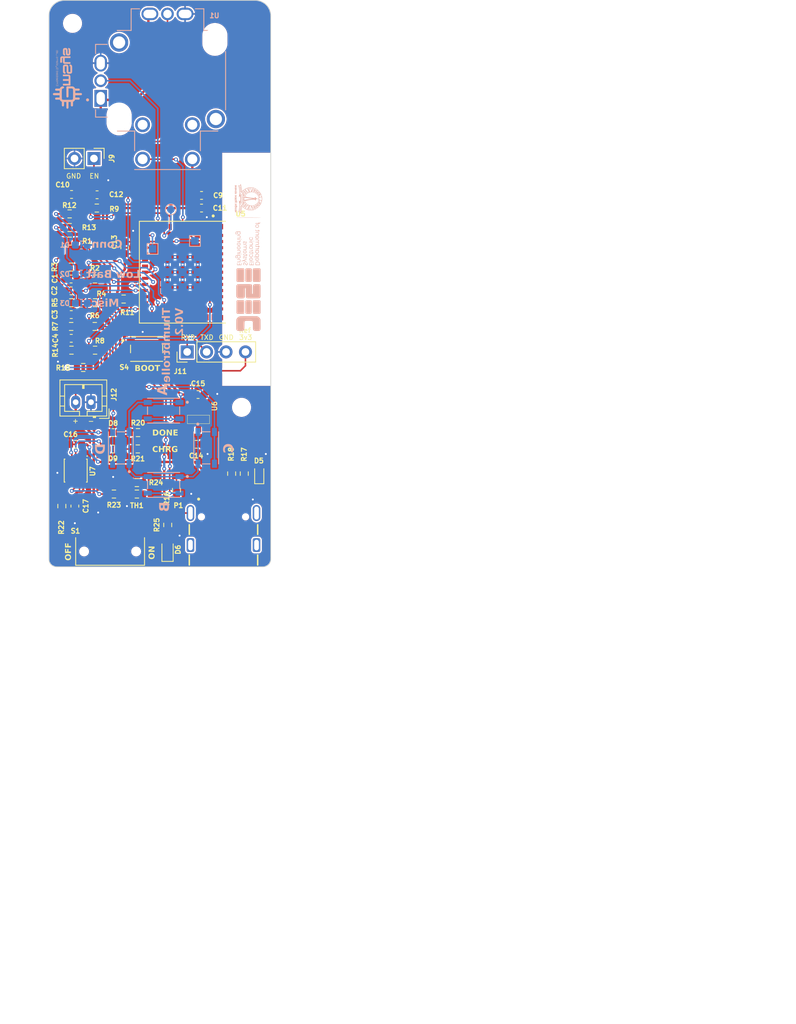
<source format=kicad_pcb>
(kicad_pcb (version 20240108) (generator "pcbnew") (generator_version "8.0")
  (layers (0 "F.Cu" signal) (1 "In1.Cu" signal) (2 "In2.Cu" signal) (31 "B.Cu" signal) (34 "B.Paste" user) (35 "F.Paste" user) (36 "B.SilkS" user "B.Silkscreen") (37 "F.SilkS" user "F.Silkscreen") (38 "B.Mask" user) (39 "F.Mask" user) (44 "Edge.Cuts" user))
  (net 0 "")
  (net 1 "LIPO+")
  (net 2 "GND")
  (net 3 "+3V3")
  (net 4 "/CP_EN")
  (net 5 "/raw_voltage")
  (net 6 "+5V")
  (net 7 "Net-(D1-A)")
  (net 8 "Net-(D2-A)")
  (net 9 "Net-(D3-A)")
  (net 10 "/SW_A")
  (net 11 "/U0RXD")
  (net 12 "/U0TXD")
  (net 13 "/SW_B")
  (net 14 "Net-(R2-Pad2)")
  (net 15 "Net-(R4-Pad2)")
  (net 16 "Net-(U5-IO13)")
  (net 17 "Net-(U5-IO14)")
  (net 18 "/VR_BTN")
  (net 19 "/VR2")
  (net 20 "/VR1")
  (net 21 "/ADC_BATT")
  (net 22 "Net-(U5-IO08)")
  (net 23 "Net-(U5-IO27)")
  (net 24 "Net-(U5-IO26)")
  (net 25 "Net-(U5-IO25)")
  (net 26 "Net-(P1-SHIELD)")
  (net 27 "Net-(P1-VCONN)")
  (net 28 "Net-(P1-CC)")
  (net 29 "/STAT1")
  (net 30 "/STAT2")
  (net 31 "/PG")
  (net 32 "Net-(U7-PROG)")
  (net 33 "Net-(R23-Pad1)")
  (net 34 "Net-(U7-THERM)")
  (net 37 "Net-(U5-IO0)")
  (net 49 "Net-(D8-A)")
  (net 50 "Net-(D9-A)")
  (net 51 "Net-(D6-A)")
  (net 52 "/CHRGR+")
  (net 53 "Net-(U5-IO9)")
  (net 54 "/SW_C")
  (net 55 "/SW_D")
  (net 56 "Net-(R6-Pad2)")
  (net 57 "Net-(R8-Pad2)")
  (footprint "kicad_reformed_custom_IC:AP2204" (layer "F.Cu") (at 77.5 83.7)
    (property "Reference" "U6")
    (property "Value" "AP2204")
  )
  (footprint "MountingHole:MountingHole_2.2mm_M2" (layer "F.Cu") (at 61.087 32.004)
    (property "Reference" "REF**" (hide yes))
    (property "Value" "MountingHole_2.2mm_M2")
  )
  (footprint "kicad_reformed_custom_IC:SW_PTS810_SJM_250_SMTR_LFS" (layer "F.Cu") (at 70.7722 74.5408)
    (property "Reference" "S4")
    (property "Value" "TL4100AF240QG_")
  )
  (footprint "Resistor_SMD:R_0603_1608Metric" (layer "F.Cu") (at 81.8896 90.8304 90)
    (property "Reference" "R18")
    (property "Value" "5k1")
  )
  (footprint "Capacitor_SMD:C_0603_1608Metric" (layer "F.Cu") (at 60.8962 65.405 180)
    (property "Reference" "C1")
    (property "Value" "1uF 25V")
  )
  (footprint "Resistor_SMD:R_0603_1608Metric" (layer "F.Cu") (at 60.947 74.7014 180)
    (property "Reference" "R14")
    (property "Value" "100k")
  )
  (footprint "kicad_reformed_custom_IC:SW_JS102011SAQN" (layer "F.Cu") (at 66 101)
    (property "Reference" "S1")
    (property "Value" "JS102011SAQN")
  )
  (footprint "Resistor_SMD:R_0603_1608Metric" (layer "F.Cu") (at 60.8924 63.8444 180)
    (property "Reference" "R3")
    (property "Value" "100k")
  )
  (footprint "Resistor_SMD:R_0603_1608Metric" (layer "F.Cu") (at 66.5 93.5 180)
    (property "Reference" "R23")
    (property "Value" "1.43K")
  )
  (footprint "Capacitor_SMD:C_0603_1608Metric" (layer "F.Cu") (at 77.9526 56.134)
    (property "Reference" "C11")
    (property "Value" "0.1uF")
  )
  (footprint "Capacitor_SMD:C_0603_1608Metric" (layer "F.Cu") (at 77.9526 54.483)
    (property "Reference" "C9")
    (property "Value" "47uF")
  )
  (footprint "Connector_PinHeader_2.54mm:PinHeader_1x02_P2.54mm_Vertical" (layer "F.Cu") (at 63.886 49.657 -90)
    (property "Reference" "J9")
    (property "Value" "Chip Enable")
  )
  (footprint "Resistor_SMD:R_0603_1608Metric" (layer "F.Cu") (at 64.0204 65.405)
    (property "Reference" "R2")
    (property "Value" "10k")
  )
  (footprint "Diode_SMD:D_0603_1608Metric" (layer "F.Cu") (at 73.5076 100.8126 90)
    (property "Reference" "D6")
    (property "Value" "PWLED")
  )
  (footprint "Capacitor_SMD:C_0603_1608Metric" (layer "F.Cu") (at 67.9196 61.3156 90)
    (property "Reference" "C13")
    (property "Value" "0.1uF")
  )
  (footprint "Resistor_SMD:R_0603_1608Metric" (layer "F.Cu") (at 69.5 93.5)
    (property "Reference" "TH1")
    (property "Value" "TH 10k")
  )
  (footprint "Resistor_SMD:R_0603_1608Metric" (layer "F.Cu") (at 64.0334 68.5038)
    (property "Reference" "R4")
    (property "Value" "10k")
  )
  (footprint "Capacitor_SMD:C_0603_1608Metric" (layer "F.Cu") (at 66.3978 87.6186)
    (property "Reference" "D9")
    (property "Value" "LED")
  )
  (footprint "Connector_PinHeader_2.54mm:PinHeader_1x04_P2.54mm_Vertical" (layer "F.Cu") (at 76.075 74.93 90)
    (property "Reference" "J11")
    (property "Value" "UART")
  )
  (footprint "Resistor_SMD:R_0603_1608Metric" (layer "F.Cu") (at 64.262 56.134 180)
    (property "Reference" "R9")
    (property "Value" "10k")
  )
  (footprint "Capacitor_SMD:C_0603_1608Metric" (layer "F.Cu") (at 60.9216 70.0532 180)
    (property "Reference" "C3")
    (property "Value" "1uF 25V")
  )
  (footprint "kicad_reformed_custom_IC:GCT_USB4105-GF-A" (layer "F.Cu") (at 80.8225 100.1625)
    (property "Reference" "P1")
    (property "Value" "USB_C_Plug_USB2.0")
  )
  (footprint "Resistor_SMD:R_0603_1608Metric" (layer "F.Cu") (at 69.5 92 180)
    (property "Reference" "R24")
    (property "Value" "75K")
  )
  (footprint "Capacitor_SMD:C_0603_1608Metric" (layer "F.Cu") (at 77.5 80.5)
    (property "Reference" "C15")
    (property "Value" "10uF")
  )
  (footprint "Capacitor_SMD:C_0603_1608Metric" (layer "F.Cu") (at 64.296 54.398)
    (property "Reference" "C12")
    (property "Value" "0.1uF")
  )
  (footprint "Diode_SMD:D_SOD-523" (layer "F.Cu") (at 85.4964 90.8924 90)
    (property "Reference" "D5")
    (property "Value" "TPD1E10B06DPYR")
  )
  (footprint "Resistor_SMD:R_0603_1608Metric" (layer "F.Cu") (at 60.9216 68.5038 180)
    (property "Reference" "R5")
    (property "Value" "100k")
  )
  (footprint "MountingHole:MountingHole_2.2mm_M2" (layer "F.Cu") (at 83.185 82.169)
    (property "Reference" "REF**" (hide yes))
    (property "Value" "MountingHole_2.2mm_M2")
  )
  (footprint "Capacitor_SMD:C_0603_1608Metric" (layer "F.Cu") (at 61.3918 95.0722 -90)
    (property "Reference" "C17")
    (property "Value" "22uF")
  )
  (footprint "Capacitor_SMD:C_0603_1608Metric" (layer "F.Cu") (at 60.8962 66.9544 180)
    (property "Reference" "C2")
    (property "Value" "1uF 25V")
  )
  (footprint "Resistor_SMD:R_0603_1608Metric" (layer "F.Cu") (at 67.7672 68.0212 180)
    (property "Reference" "R11")
    (property "Value" "10k")
  )
  (footprint "Resistor_SMD:R_0603_1608Metric" (layer "F.Cu") (at 62.484 76.962 180)
    (property "Reference" "R10")
    (property "Value" "10k")
  )
  (footprint "kicad_reformed_custom_IC:SON50P300X300X100-11N" (layer "F.Cu") (at 61.5 90.435 -90)
    (property "Reference" "U7")
    (property "Value" "MCP73833")
  )
  (footprint "Resistor_SMD:R_0603_1608Metric" (layer "F.Cu") (at 73.533 97.536 90)
    (property "Reference" "R25")
    (property "Value" "200")
  )
  (footprint "Resistor_SMD:R_0603_1608Metric" (layer "F.Cu") (at 69.6214 87.6046 180)
    (property "Reference" "R21")
    (property "Value" "470")
  )
  (footprint "Resistor_SMD:R_0603_1608Metric" (layer "F.Cu") (at 83.5406 90.8304 90)
    (property "Reference" "R17")
    (property "Value" "5k1")
  )
  (footprint "Capacitor_SMD:C_0603_1608Metric" (layer "F.Cu") (at 60.9216 73.152 180)
    (property "Reference" "C4")
    (property "Value" "1uF 25V")
  )
  (footprint "Capacitor_SMD:C_0603_1608Metric" (layer "F.Cu") (at 77.25 87)
    (property "Reference" "C14")
    (property "Value" "2.2uF")
  )
  (footprint "Capacitor_SMD:C_0603_1608Metric" (layer "F.Cu") (at 66.3956 85.471)
    (property "Reference" "D8")
    (property "Value" "LED")
  )
  (footprint "Resistor_SMD:R_0603_1608Metric" (layer "F.Cu") (at 74.676 92.9894 90)
    (property "Reference" "R16")
    (property "Value" "1M")
  )
  (footprint "MountingHole:MountingHole_2.2mm_M2" (layer "F.Cu") (at 82.804 50.165)
    (property "Reference" "REF**" (hide yes))
    (property "Value" "MountingHole_2.2mm_M2")
  )
  (footprint "Capacitor_SMD:C_0603_1608Metric" (layer "F.Cu") (at 60.96 54.356 180)
    (property "Reference" "C10")
    (property "Value" "1uF 25V")
  )
  (footprint "Connector_JST:JST_PH_B2B-PH-K_1x02_P2.00mm_Vertical" (layer "F.Cu") (at 63.5 81.5 180)
    (property "Reference" "J12")
    (property "Value" "JST 2.0 BATT")
  )
  (footprint "Resistor_SMD:R_0603_1608Metric" (layer "F.Cu") (at 60.706 58.674)
    (property "Reference" "R13")
    (property "Value" "200")
  )
  (footprint "Resistor_SMD:R_0603_1608Metric" (layer "F.Cu") (at 69.6456 85.471 180)
    (property "Reference" "R20")
    (property "Value" "470")
  )
  (footprint "Resistor_SMD:R_0603_1608Metric" (layer "F.Cu") (at 60.9094 71.6026 180)
    (property "Reference" "R7")
    (property "Value" "100k")
  )
  (footprint "Capacitor_SMD:C_0603_1608Metric" (layer "F.Cu") (at 61.5 87 180)
    (property "Reference" "C16")
    (property "Value" "10uF")
  )
  (footprint "Resistor_SMD:R_0603_1608Metric" (layer "F.Cu") (at 63.995 71.6026)
    (property "Reference" "R6")
    (property "Value" "10k")
  )
  (footprint "Resistor_SMD:R_0603_1608Metric" (layer "F.Cu") (at 59.69 95.0722 -90)
    (property "Reference" "R22")
    (property "Value" "1.43K")
  )
  (footprint "Resistor_SMD:R_0603_1608Metric" (layer "F.Cu") (at 64.0336 74.7014)
    (property "Reference" "R8")
    (property "Value" "10k")
  )
  (footprint "kicad_reformed_custom_IC:MODULE_ESP32-H2-MINI-1-H2" (layer "F.Cu") (at 78.175 64.5125 -90)
    (property "Reference" "U5")
    (property "Value" "ESP32-H2-MINI-1")
  )
  (footprint "Resistor_SMD:R_0603_1608Metric" (layer "F.Cu") (at 60.706 56.896)
    (property "Reference" "R12")
    (property "Value" "200")
  )
  (footprint "Resistor_SMD:R_0603_1608Metric" (layer "F.Cu") (at 60.706 60.452)
    (property "Reference" "R1")
    (property "Value" "200")
  )
  (footprint "TestPoint:TestPoint_Pad_1.0x1.0mm" (layer "B.Cu") (at 71.5518 61.468 180)
    (property "Reference" "TP1" (hide yes))
    (property "Value" "0_IN1")
  )
  (footprint "Capacitor_SMD:C_0603_1608Metric" (layer "B.Cu") (at 62.23 60.96 180)
    (property "Reference" "D1")
    (property "Value" "LED")
  )
  (footprint "Capacitor_SMD:C_0603_1608Metric" (layer "B.Cu") (at 62.23 64.77 180)
    (property "Reference" "D2")
    (property "Value" "LED")
  )
  (footprint "kicad_reformed_custom_IC:LOGO_6mm_microDMG" (layer "B.Cu") (at 81.167142 93.605234 -90)
    (property "Reference" "G***" (hide yes))
    (property "Value" "LOGO" (hide yes))
  )
  (footprint "Capacitor_SMD:C_0603_1608Metric" (layer "B.Cu") (at 62.23 68.58 180)
    (property "Reference" "D3")
    (property "Value" "LED")
  )
  (footprint "kicad_reformed_custom_IC:SW_PTS810_SJM_250_SMTR_LFS" (layer "B.Cu") (at 67.4034 87.4698 90)
    (property "Reference" "S6" (hide yes))
    (property "Value" "TL4100AF240QG_")
  )
  (footprint "logo:iisclogo" (layer "B.Cu") (at 84.09 62.63 90)
    (property "Reference" "G***" (hide yes))
    (property "Value" "LOGO" (hide yes))
  )
  (footprint "kicad_reformed_custom_IC:SW_PTS810_SJM_250_SMTR_LFS" (layer "B.Cu") (at 72.9996 92.3036 180)
    (property "Reference" "S3" (hide yes))
    (property "Value" "TL4100AF240QG_")
  )
  (footprint "TestPoint:TestPoint_Pad_D1.0mm" (layer "B.Cu") (at 73.9394 56.3118 180)
    (property "Reference" "TP3" (hide yes))
    (property "Value" "TP")
  )
  (footprint "kicad_reformed_custom_IC:SW_PTS810_SJM_250_SMTR_LFS" (layer "B.Cu") (at 78.5622 87.4615 -90)
    (property "Reference" "S5" (hide yes))
    (property "Value" "TL4100AF240QG_")
  )
  (footprint "kicad_reformed_custom_IC:CNK_THB001P" (layer "B.Cu") (at 73.5 39.5 180)
    (property "Reference" "U1")
    (property "Value" "THB001P")
  )
  (footprint "TestPoint:TestPoint_Pad_1.0x1.0mm" (layer "B.Cu") (at 77.089 60.4266 180)
    (property "Reference" "TP2" (hide yes))
    (property "Value" "0_IN2")
  )
  (footprint "kicad_reformed_custom_IC:SW_PTS810_SJM_250_SMTR_LFS" (layer "B.Cu") (at 72.9918 82.6008 180)
    (property "Reference" "S2" (hide yes))
    (property "Value" "TL4100AF240QG_")
  )
  (footprint "logo:emsyslogo" (layer "B.Cu") (at 60.45 38.9 90)
    (property "Reference" "G***" (hide yes))
    (property "Value" "LOGO" (hide yes))
  )
  (gr_arc (start 85 29) (mid 86.414214 29.585786) (end 87 31) (stroke (width 0.1)) (layer "Edge.Cuts"))
  (gr_line (start 58 31) (end 58 102) (stroke (width 0.1)) (layer "Edge.Cuts"))
  (gr_line (start 87 102) (end 87 31) (stroke (width 0.1)) (layer "Edge.Cuts"))
  (gr_line (start 85 29) (end 60 29) (stroke (width 0.1)) (layer "Edge.Cuts"))
  (gr_line (start 59 103) (end 86 103) (stroke (width 0.1)) (layer "Edge.Cuts"))
  (gr_arc (start 87 102) (mid 86.707107 102.707107) (end 86 103) (stroke (width 0.1)) (layer "Edge.Cuts"))
  (gr_arc (start 59 103) (mid 58.292893 102.707107) (end 58 102) (stroke (width 0.1)) (layer "Edge.Cuts"))
  (gr_arc (start 58 31) (mid 58.585786 29.585786) (end 60 29) (stroke (width 0.1)) (layer "Edge.Cuts"))
  (gr_text "B" (at 73.914 94.488 90) (layer "B.SilkS") (effects (font (size 1.27 1.27) (thickness 0.1016) (bold yes)) (justify left bottom mirror)))
  (gr_text "Misc" (at 67.183 69.1896 0) (layer "B.SilkS") (effects (font (size 1.016 1.016) (thickness 0.1016) (bold yes)) (justify left bottom mirror)))
  (gr_text "Thumbtroller\nV0.2" (at 75.7 69.16 90) (layer "B.SilkS") (effects (font (size 1.016 1.016) (thickness 0.127) (bold yes)) (justify left bottom mirror)))
  (gr_text "D" (at 65.532 86.868 90) (layer "B.SilkS") (effects (font (size 1.27 1.27) (thickness 0.1016) (bold yes)) (justify left bottom mirror)))
  (gr_text "C" (at 82.296 86.868 90) (layer "B.SilkS") (effects (font (size 1.27 1.27) (thickness 0.1016) (bold yes)) (justify left bottom mirror)))
  (gr_text "Low Batt" (at 69.9516 65.4304 0) (layer "B.SilkS") (effects (font (size 1.016 1.016) (thickness 0.1016) (bold yes)) (justify left bottom mirror)))
  (gr_text "Conn" (at 67.6148 61.4934 0) (layer "B.SilkS") (effects (font (size 1.016 1.016) (thickness 0.1016) (bold yes)) (justify left bottom mirror)))
  (gr_text "A" (at 73.66 79.248 90) (layer "B.SilkS") (effects (font (size 1.27 1.27) (thickness 0.1016) (bold yes)) (justify left bottom mirror)))
  (gr_text "3v3" (at 82.804 73.406 0) (layer "F.SilkS") (effects (font (size 0.635 0.635) (thickness 0.1016) (bold yes)) (justify left bottom)))
  (gr_text "GND" (at 60.198 52.324 0) (layer "F.SilkS") (effects (font (size 0.635 0.635) (thickness 0.1016) (bold yes)) (justify left bottom)))
  (gr_text "EN" (at 63.246 52.324 0) (layer "F.SilkS") (effects (font (size 0.635 0.635) (thickness 0.1016) (bold yes)) (justify left bottom)))
  (gr_text "ON" (at 71.9328 102.0572 90) (layer "F.SilkS") (effects (font (size 0.762 0.762) (thickness 0.1016) (bold yes)) (justify left bottom)))
  (gr_text "BOOT" (at 69.1896 77.5462 0) (layer "F.SilkS") (effects (font (size 0.762 0.762) (thickness 0.1016) (bold yes)) (justify left bottom)))
  (gr_text "CHRG" (at 71.501 88.138 0) (layer "F.SilkS") (effects (font (size 0.762 0.762) (thickness 0.1016) (bold yes)) (justify left bottom)))
  (gr_text "DONE" (at 71.501 85.979 0) (layer "F.SilkS") (effects (font (size 0.762 0.762) (thickness 0.1016) (bold yes)) (justify left bottom)))
  (gr_text "RXD" (at 75.184 73.406 0) (layer "F.SilkS") (effects (font (size 0.635 0.635) (thickness 0.1016) (bold yes)) (justify left bottom)))
  (gr_text "Ref" (at 82.7786 72.4916 0) (layer "F.SilkS") (effects (font (size 0.635 0.635) (thickness 0.1016) (bold yes)) (justify left bottom)))
  (gr_text "TXD" (at 77.724 73.406 0) (layer "F.SilkS") (effects (font (size 0.635 0.635) (thickness 0.1016) (bold yes)) (justify left bottom)))
  (gr_text "+" (at 61.0108 84.3026 0) (layer "F.SilkS") (effects (font (size 0.635 0.635) (thickness 0.1016) (bold yes)) (justify left bottom)))
  (gr_text "-" (at 63.0428 84.328 0) (layer "F.SilkS") (effects (font (size 0.635 0.635) (thickness 0.1016) (bold yes)) (justify left bottom)))
  (gr_text "GND" (at 80.137 73.406 0) (layer "F.SilkS") (effects (font (size 0.635 0.635) (thickness 0.1016) (bold yes)) (justify left bottom)))
  (gr_text "OFF" (at 61.0108 102.2096 90) (layer "F.SilkS") (effects (font (size 0.762 0.762) (thickness 0.1016) (bold yes)) (justify left bottom)))
  (segment (start 63.309 77.9912) (end 62.7888 78.5114) (width 0.2032) (layer "F.Cu") (net 1))
  (segment (start 63.8556 93.8022) (end 63.8556 85.852) (width 0.3048) (layer "F.Cu") (net 1))
  (segment (start 61.5 79.0128) (end 61.5 81.5) (width 0.2032) (layer "F.Cu") (net 1))
  (segment (start 66 98.25) (end 66 95.9466) (width 0.3048) (layer "F.Cu") (net 1))
  (segment (start 61.5 83.4964) (end 61.5 81.5) (width 0.3048) (layer "F.Cu") (net 1))
  (segment (start 62.7888 78.5114) (end 62.0014 78.5114) (width 0.2032) (layer "F.Cu") (net 1))
  (segment (start 63.8556 85.852) (end 61.5 83.4964) (width 0.3048) (layer "F.Cu") (net 1))
  (segment (start 63.309 76.962) (end 63.309 77.9912) (width 0.2032) (layer "F.Cu") (net 1))
  (segment (start 62.0014 78.5114) (end 61.5 79.0128) (width 0.2032) (layer "F.Cu") (net 1))
  (segment (start 66 95.9466) (end 63.8556 93.8022) (width 0.3048) (layer "F.Cu") (net 1))
  (segment (start 74.4875 66.4875) (end 73.5 66.4875) (width 0.2032) (layer "F.Cu") (net 2))
  (segment (start 73.5 65.5) (end 73.5 66.4875) (width 0.2032) (layer "F.Cu") (net 2))
  (segment (start 76.4625 66.4875) (end 77.45 66.4875) (width 0.2032) (layer "F.Cu") (net 2))
  (segment (start 75.475 64.5125) (end 76.4625 64.5125) (width 0.2032) (layer "F.Cu") (net 2))
  (segment (start 73.5 64.5125) (end 73.5 63.525) (width 0.2032) (layer "F.Cu") (net 2))
  (segment (start 75.475 64.5125) (end 74.4875 64.5125) (width 0.2032) (layer "F.Cu") (net 2))
  (segment (start 75.475 65.5) (end 75.475 66.4875) (width 0.2032) (layer "F.Cu") (net 2))
  (segment (start 77.45 63.525) (end 77.45 62.5375) (width 0.2032) (layer "F.Cu") (net 2))
  (segment (start 63.4106 81.4106) (end 63.5 81.5) (width 0.2032) (layer "F.Cu") (net 2))
  (segment (start 77.45 65.5) (end 77.45 66.4875) (width 0.2032) (layer "F.Cu") (net 2))
  (segment (start 73.5 65.5) (end 73.5 64.5125) (width 0.2032) (layer "F.Cu") (net 2))
  (segment (start 73.5 63.525) (end 73.5 62.5375) (width 0.2032) (layer "F.Cu") (net 2))
  (segment (start 77.45 63.525) (end 77.45 64.5125) (width 0.2032) (layer "F.Cu") (net 2))
  (segment (start 76.4625 62.5375) (end 77.45 62.5375) (width 0.2032) (layer "F.Cu") (net 2))
  (segment (start 77.45 65.5) (end 77.45 64.5125) (width 0.2032) (layer "F.Cu") (net 2))
  (segment (start 75.475 63.525) (end 75.475 62.5375) (width 0.2032) (layer "F.Cu") (net 2))
  (segment (start 74.4875 64.5125) (end 73.5 64.5125) (width 0.2032) (layer "F.Cu") (net 2))
  (segment (start 76.4625 66.4875) (end 75.475 66.4875) (width 0.2032) (layer "F.Cu") (net 2))
  (segment (start 76.4625 62.5375) (end 75.475 62.5375) (width 0.2032) (layer "F.Cu") (net 2))
  (segment (start 74.4875 66.4875) (end 75.475 66.4875) (width 0.2032) (layer "F.Cu") (net 2))
  (segment (start 75.475 64.5125) (end 75.475 65.5) (width 0.2032) (layer "F.Cu") (net 2))
  (segment (start 63.8556 81.8556) (end 63.5 81.5) (width 0.3048) (layer "F.Cu") (net 2))
  (segment (start 75.475 64.5125) (end 75.475 63.525) (width 0.2032) (layer "F.Cu") (net 2))
  (segment (start 74.4875 62.5375) (end 73.5 62.5375) (width 0.2032) (layer "F.Cu") (net 2))
  (segment (start 74.4875 62.5375) (end 75.475 62.5375) (width 0.2032) (layer "F.Cu") (net 2))
  (via (at 75.0824 98.933) (size 0.508) (drill 0.254) (layers "F.Cu" "B.Cu") (net 2))
  (via (at 76.6064 93.472) (size 0.508) (drill 0.254) (layers "F.Cu" "B.Cu") (net 2))
  (via (at 84.6582 94.2086) (size 0.508) (drill 0.254) (layers "F.Cu" "B.Cu") (net 2))
  (via (at 66.3956 91.2622) (size 0.508) (drill 0.254) (layers "F.Cu" "B.Cu") (net 2))
  (via (at 61.3918 97.3074) (size 0.508) (drill 0.254) (layers "F.Cu" "B.Cu") (net 2))
  (via (at 78.74 88.265) (size 0.508) (drill 0.254) (layers "F.Cu" "B.Cu") (net 2))
  (via (at 65.7606 52.5018) (size 0.508) (drill 0.254) (layers "F.Cu" "B.Cu") (net 2))
  (via (at 86.36 88.265) (size 0.508) (drill 0.254) (layers "F.Cu" "B.Cu") (net 2))
  (via (at 69.0118 59.1058) (size 0.508) (drill 0.254) (layers "F.Cu" "B.Cu") (net 2))
  (via (at 80.01 80.4164) (size 0.508) (drill 0.254) (layers "F.Cu" "B.Cu") (net 2))
  (via (at 64.4398 95.9104) (size 0.508) (drill 0.254) (layers "F.Cu" "B.Cu") (net 2))
  (via (at 59.182 76.2) (size 0.508) (drill 0.254) (layers "F.Cu" "B.Cu") (net 2))
  (via (at 70.2564 72.3138) (size 0.508) (drill 0.254) (layers "F.Cu" "B.Cu") (net 2))
  (via (at 59.1058 90.7288) (size 0.508) (drill 0.254) (layers "F.Cu" "B.Cu") (net 2))
  (via (at 68.199 95.0722) (size 0.508) (drill 0.254) (layers "F.Cu" "B.Cu") (net 2))
  (via (at 78.6384 57.3278) (size 0.508) (drill 0.254) (layers "F.Cu" "B.Cu") (net 2))
  (segment (start 83.695 76.7314) (end 83.0326 77.3938) (width 0.2032) (layer "F.Cu") (net 3))
  (segment (start 70.575 62.1125) (end 67.9415 62.1125) (width 0.2032) (layer "F.Cu") (net 3))
  (segment (start 77.1776 57.137) (end 77.1776 56.134) (width 0.2032) (layer "F.Cu") (net 3))
  (segment (start 77.1776 54.483) (end 77.1776 56.134) (width 0.3048) (layer "F.Cu") (net 3))
  (segment (start 66.7134 62.0906) (end 67.9196 62.0906) (width 0.3048) (layer "F.Cu") (net 3))
  (segment (start 66.6496 56.134) (end 66.6496 47.6504) (width 0.3048) (layer "F.Cu") (net 3))
  (segment (start 76.725 81.4154) (end 76.725 80.5) (width 0.3048) (layer "F.Cu") (net 3))
  (segment (start 66.6496 56.134) (end 77.1776 56.134) (width 0.3048) (layer "F.Cu") (net 3))
  (segment (start 77.875 57.8344) (end 77.1776 57.137) (width 0.2032) (layer "F.Cu") (net 3))
  (segment (start 83.695 74.93) (end 83.695 76.7314) (width 0.2032) (layer "F.Cu") (net 3))
  (segment (start 76.6 81.5404) (end 76.725 81.4154) (width 0.3048) (layer "F.Cu") (net 3))
  (segment (start 76.725 80.5) (end 75.2422 80.5) (width 0.3048) (layer "F.Cu") (net 3))
  (segment (start 76.725 78.5452) (end 76.725 80.5) (width 0.2032) (layer "F.Cu") (net 3))
  (segment (start 72.4662 77.724) (end 68.453 77.724) (width 0.3048) (layer "F.Cu") (net 3))
  (segment (start 64.77 45.7708) (end 64.77 42) (width 0.3048) (layer "F.Cu") (net 3))
  (segment (start 65.087 56.134) (end 65.087 60.4642) (width 0.3048) (layer "F.Cu") (net 3))
  (segment (start 75.2348 80.4926) (end 72.4662 77.724) (width 0.3048) (layer "F.Cu") (net 3))
  (segment (start 67.31 76.581) (end 67.31 69.596) (width 0.3048) (layer "F.Cu") (net 3))
  (segment (start 66.9422 69.2282) (end 66.9422 68.0212) (width 0.3048) (layer "F.Cu") (net 3))
  (segment (start 83.0326 77.3938) (end 77.8764 77.3938) (width 0.2032) (layer "F.Cu") (net 3))
  (segment (start 76.6 82.4) (end 76.6 81.5404) (width 0.3048) (layer "F.Cu") (net 3))
  (segment (start 65.087 56.134) (end 66.6496 56.134) (width 0.3048) (layer "F.Cu") (net 3))
  (segment (start 67.0814 66.9036) (end 66.9422 67.0428) (width 0.3048) (layer "F.Cu") (net 3))
  (segment (start 67.0814 64.9986) (end 67.0814 66.9036) (width 0.3048) (layer "F.Cu") (net 3))
  (segment (start 75.2422 80.5) (end 75.2348 80.4926) (width 0.3048) (layer "F.Cu") (net 3))
  (segment (start 76.75 52.6962) (end 76.75 49.75) (width 0.3048) (layer "F.Cu") (net 3))
  (segment (start 66.6496 47.6504) (end 64.77 45.7708) (width 0.3048) (layer "F.Cu") (net 3))
  (segment (start 68.453 77.724) (end 67.31 76.581) (width 0.3048) (layer "F.Cu") (net 3))
  (segment (start 77.8764 77.3938) (end 76.725 78.5452) (width 0.2032) (layer "F.Cu") (net 3))
  (segment (start 67.9196 62.0906) (end 67.9196 64.1604) (width 0.3048) (layer "F.Cu") (net 3))
  (segment (start 77.875 58.6125) (end 77.875 57.8344) (width 0.2032) (layer "F.Cu") (net 3))
  (segment (start 67.9196 64.1604) (end 67.0814 64.9986) (width 0.3048) (layer "F.Cu") (net 3))
  (segment (start 64.77 42) (end 69.3028 42) (width 0.3048) (layer "F.Cu") (net 3))
  (segment (start 67.31 69.596) (end 66.9422 69.2282) (width 0.3048) (layer "F.Cu") (net 3))
  (segment (start 66.9422 67.0428) (end 66.9422 68.0212) (width 0.3048) (layer "F.Cu") (net 3))
  (segment (start 71 40.3028) (end 71 30.77) (width 0.3048) (layer "F.Cu") (net 3))
  (segment (start 77.1776 54.483) (end 77.1776 53.1238) (width 0.3048) (layer "F.Cu") (net 3))
  (segment (start 77.1776 53.1238) (end 76.75 52.6962) (width 0.3048) (layer "F.Cu") (net 3))
  (segment (start 65.087 60.4642) (end 66.7134 62.0906) (width 0.3048) (layer "F.Cu") (net 3))
  (segment (start 69.3028 42) (end 71 40.3028) (width 0.3048) (layer "F.Cu") (net 3))
  (segment (start 67.9415 62.1125) (end 67.9196 62.0906) (width 0.2032) (layer "F.Cu") (net 3))
  (via (at 75.2348 80.4926) (size 0.508) (drill 0.254) (layers "F.Cu" "B.Cu") (net 3))
  (segment (start 70.9246 91.2286) (end 75.0746 91.2286) (width 0.2032) (layer "B.Cu") (net 3))
  (segment (start 69.283 91.2286) (end 70.9246 91.2286) (width 0.2032) (layer "B.Cu") (net 3))
  (segment (start 68.4784 90.424) (end 69.283 91.2286) (width 0.2032) (layer "B.Cu") (net 3))
  (segment (start 68.4784 89.5448) (end 68.4784 85.3948) (width 0.2032) (layer "B.Cu") (net 3))
  (segment (start 76.8432 91.2286) (end 77.4872 90.5846) (width 0.2032) (layer "B.Cu") (net 3))
  (segment (start 75.0492 81.5258) (end 75.2348 81.3402) (width 0.2032) (layer "B.Cu") (net 3))
  (segment (start 77.4872 90.5846) (end 77.4872 89.5365) (width 0.2032) (layer "B.Cu") (net 3))
  (segment (start 75.0746 91.2286) (end 76.8432 91.2286) (width 0.2032) (layer "B.Cu") (net 3))
  (segment (start 68.4784 82.677) (end 69.6296 81.5258) (width 0.2032) (layer "B.Cu") (net 3))
  (segment (start 75.2348 81.3402) (end 75.2348 80.4926) (width 0.2032) (layer "B.Cu") (net 3))
  (segment (start 68.4784 89.5448) (end 68.4784 90.424) (width 0.2032) (layer "B.Cu") (net 3))
  (segment (start 68.4784 85.3948) (end 68.4784 82.677) (width 0.2032) (layer "B.Cu") (net 3))
  (segment (start 69.6296 81.5258) (end 75.0492 81.5258) (width 0.2032) (layer "B.Cu") (net 3))
  (segment (start 77.4872 85.3865) (end 77.4872 89.5365) (width 0.2032) (layer "B.Cu") (net 3))
  (segment (start 61.735 54.356) (end 63.479 54.356) (width 0.2032) (layer "F.Cu") (net 4))
  (segment (start 63.521 56.05) (end 63.437 56.134) (width 0.2032) (layer "F.Cu") (net 4))
  (segment (start 66.6496 56.7944) (end 73.3806 56.7944) (width 0.2032) (layer "F.Cu") (net 4))
  (segment (start 63.437 56.134) (end 63.437 57.2648) (width 0.2032) (layer "F.Cu") (net 4))
  (segment (start 66.1416 57.3024) (end 66.6496 56.7944) (width 0.2032) (layer "F.Cu") (net 4))
  (segment (start 63.479 54.356) (end 63.521 54.398) (width 0.2032) (layer "F.Cu") (net 4))
  (segment (start 63.886 49.657) (end 63.886 53.2588) (width 0.2032) (layer "F.Cu") (net 4))
  (segment (start 63.521 54.398) (end 63.521 56.05) (width 0.2032) (layer "F.Cu") (net 4))
  (segment (start 73.875 57.2888) (end 73.875 58.6125) (width 0.2032) (layer "F.Cu") (net 4))
  (segment (start 63.886 53.2588) (end 63.521 53.6238) (width 0.2032) (layer "F.Cu") (net 4))
  (segment (start 63.437 57.2648) (end 63.4746 57.3024) (width 0.2032) (layer "F.Cu") (net 4))
  (segment (start 73.3806 56.7944) (end 73.875 57.2888) (width 0.2032) (layer "F.Cu") (net 4))
  (segment (start 63.521 53.6238) (end 63.521 54.398) (width 0.2032) (layer "F.Cu") (net 4))
  (via (at 66.1416 57.3024) (size 0.508) (drill 0.254) (layers "F.Cu" "B.Cu") (net 4))
  (via (at 63.4746 57.3024) (size 0.508) (drill 0.254) (layers "F.Cu" "B.Cu") (net 4))
  (segment (start 66.1416 57.3024) (end 63.4746 57.3024) (width 0.2032) (layer "B.Cu") (net 4))
  (segment (start 70.152 98.25) (end 70.485 97.917) (width 0.2032) (layer "F.Cu") (net 5))
  (segment (start 76.9366 83.82) (end 78.232 83.82) (width 0.3048) (layer "F.Cu") (net 5))
  (segment (start 68.5 98.25) (end 70.152 98.25) (width 0.2032) (layer "F.Cu") (net 5))
  (segment (start 70.485 96.9518) (end 70.7258 96.711) (width 0.2032) (layer "F.Cu") (net 5))
  (segment (start 73.0758 87.7062) (end 73.782 87) (width 0.3048) (layer "F.Cu") (net 5))
  (segment (start 68.5 96.2444) (end 68.5 98.25) (width 0.3048) (layer "F.Cu") (net 5))
  (segment (start 76.6 85) (end 76.6 84.1566) (width 0.3048) (layer "F.Cu") (net 5))
  (segment (start 76.475 86.1866) (end 76.6 86.0616) (width 0.3048) (layer "F.Cu") (net 5))
  (segment (start 73.0758 90.1954) (end 73.0758 94.1832) (width 0.3048) (layer "F.Cu") (net 5))
  (segment (start 73.0758 88.646) (end 73.0758 87.7062) (width 0.3048) (layer "F.Cu") (net 5))
  (segment (start 78.232 83.82) (end 78.5 84.088) (width 0.3048) (layer "F.Cu") (net 5))
  (segment (start 78.5 84.088) (end 78.5 85) (width 0.3048) (layer "F.Cu") (net 5))
  (segment (start 69.1642 95.5802) (end 68.5 96.2444) (width 0.3048) (layer "F.Cu") (net 5))
  (segment (start 70.485 97.917) (end 70.485 96.9518) (width 0.2032) (layer "F.Cu") (net 5))
  (segment (start 70.7258 96.711) (end 73.533 96.711) (width 0.2032) (layer "F.Cu") (net 5))
  (segment (start 73.782 87) (end 76.475 87) (width 0.3048) (layer "F.Cu") (net 5))
  (segment (start 76.6 86.0616) (end 76.6 85) (width 0.3048) (layer "F.Cu") (net 5))
  (segment (start 76.6 84.1566) (end 76.9366 83.82) (width 0.3048) (layer "F.Cu") (net 5))
  (segment (start 76.475 87) (end 76.475 86.1866) (width 0.3048) (layer "F.Cu") (net 5))
  (segment (start 71.6788 95.5802) (end 69.1642 95.5802) (width 0.3048) (layer "F.Cu") (net 5))
  (segment (start 73.0758 94.1832) (end 71.6788 95.5802) (width 0.3048) (layer "F.Cu") (net 5))
  (via (at 73.0758 88.646) (size 0.508) (drill 0.254) (layers "F.Cu" "B.Cu") (net 5))
  (via (at 73.0758 90.1954) (size 0.508) (drill 0.254) (layers "F.Cu" "B.Cu") (net 5))
  (segment (start 73.0758 88.646) (end 73.0758 90.1954) (width 0.3048) (layer "B.Cu") (net 5))
  (segment (start 63.2968 87.376) (end 62.9208 87) (width 0.3048) (layer "F.Cu") (net 6))
  (segment (start 70.4088 89.3064) (end 64.4398 89.3064) (width 0.3048) (layer "F.Cu") (net 6))
  (segment (start 64.4398 89.3064) (end 64.4144 89.281) (width 0.3048) (layer "F.Cu") (net 6))
  (segment (start 62.275 87.6866) (end 62.275 87) (width 0.2032) (layer "F.Cu") (net 6))
  (segment (start 85.4964 93.0402) (end 85.4964 91.5924) (width 0.2032) (layer "F.Cu") (net 6))
  (segment (start 62.3824 88.2142) (end 62 88.2142) (width 0.2032) (layer "F.Cu") (net 6))
  (segment (start 82.6008 96.7486) (end 79.0194 96.7486) (width 0.2032) (layer "F.Cu") (net 6))
  (segment (start 62 88.2142) (end 62 87.9616) (width 0.2032) (layer "F.Cu") (net 6))
  (segment (start 83.6676 93.4466) (end 85.09 93.4466) (width 0.2032) (layer "F.Cu") (net 6))
  (segment (start 70.4464 89.2688) (end 70.4088 89.3064) (width 0.2032) (layer "F.Cu") (net 6))
  (segment (start 83.1335 96.2159) (end 82.6008 96.7486) (width 0.2032) (layer "F.Cu") (net 6))
  (segment (start 62 87.9616) (end 62.275 87.6866) (width 0.2032) (layer "F.Cu") (net 6))
  (segment (start 70.4706 87.5804) (end 70.4464 87.6046) (width 0.2032) (layer "F.Cu") (net 6))
  (segment (start 83.2225 95.4075) (end 83.2225 93.8917) (width 0.2032) (layer "F.Cu") (net 6))
  (segment (start 83.2225 95.4075) (end 83.1335 95.4965) (width 0.2032) (layer "F.Cu") (net 6))
  (segment (start 85.09 93.4466) (end 85.4964 93.0402) (width 0.2032) (layer "F.Cu") (net 6))
  (segment (start 62.5 88.3318) (end 62.3824 88.2142) (width 0.2032) (layer "F.Cu") (net 6))
  (segment (start 79.0194 96.7486) (end 78.5115 96.2407) (width 0.2032) (layer "F.Cu") (net 6))
  (segment (start 78.5115 96.2407) (end 78.5115 95.4965) (width 0.2032) (layer "F.Cu") (net 6))
  (segment (start 70.4706 85.471) (end 70.4706 87.5804) (width 0.2032) (layer "F.Cu") (net 6))
  (segment (start 62 89) (end 62 88.2142) (width 0.2032) (layer "F.Cu") (net 6))
  (segment (start 78.5115 95.4965) (end 78.4225 95.4075) (width 0.2032) (layer "F.Cu") (net 6))
  (segment (start 77.0636 89.3064) (end 70.4088 89.3064) (width 0.3048) (layer "F.Cu") (net 6))
  (segment (start 78.4225 95.4075) (end 78.4225 90.6653) (width 0.3048) (layer "F.Cu") (net 6))
  (segment (start 70.4464 87.6046) (end 70.4464 89.2688) (width 0.2032) (layer "F.Cu") (net 6))
  (segment (start 83.1335 95.4965) (end 83.1335 96.2159) (width 0.2032) (layer "F.Cu") (net 6))
  (segment (start 62.5 89) (end 62.5 88.3318) (width 0.2032) (layer "F.Cu") (net 6))
  (segment (start 83.2225 93.8917) (end 83.6676 93.4466) (width 0.2032) (layer "F.Cu") (net 6))
  (segment (start 78.4225 90.6653) (end 77.0636 89.3064) (width 0.3048) (layer "F.Cu") (net 6))
  (segment (start 62.9208 87) (end 62.275 87) (width 0.3048) (layer "F.Cu") (net 6))
  (via (at 63.2968 87.376) (size 0.508) (drill 0.254) (layers "F.Cu" "B.Cu") (net 6))
  (via (at 64.4144 89.281) (size 0.508) (drill 0.254) (layers "F.Cu" "B.Cu") (net 6))
  (segment (start 63.2968 88.138) (end 64.4144 89.2556) (width 0.3048) (layer "B.Cu") (net 6))
  (segment (start 63.2968 87.376) (end 63.2968 88.138) (width 0.3048) (layer "B.Cu") (net 6))
  (segment (start 64.4144 89.2556) (end 64.4144 89.281) (width 0.3048) (layer "B.Cu") (net 6))
  (segment (start 58.928 56.896) (end 59.881 56.896) (width 0.2032) (layer "F.Cu") (net 7))
  (via (at 58.928 56.896) (size 0.508) (drill 0.254) (layers "F.Cu" "B.Cu") (net 7))
  (segment (start 61.455 59.423) (end 61.455 60.96) (width 0.2032) (layer "B.Cu") (net 7))
  (segment (start 58.928 56.896) (end 61.455 59.423) (width 0.2032) (layer "B.Cu") (net 7))
  (segment (start 58.928 58.674) (end 59.881 58.674) (width 0.2032) (layer "F.Cu") (net 8))
  (via (at 58.928 58.674) (size 0.508) (drill 0.254) (layers "F.Cu" "B.Cu") (net 8))
  (segment (start 58.928 58.674) (end 60.3504 60.0964) (width 0.2032) (layer "B.Cu") (net 8))
  (segment (start 60.3504 60.0964) (end 60.3504 62.611) (width 0.2032) (layer "B.Cu") (net 8))
  (segment (start 60.3504 62.611) (end 61.455 63.7156) (width 0.2032) (layer "B.Cu") (net 8))
  (segment (start 61.455 63.7156) (end 61.455 64.77) (width 0.2032) (layer "B.Cu") (net 8))
  (segment (start 58.930589 62.964011) (end 59.881 62.0136) (width 0.2032) (layer "F.Cu") (net 9))
  (segment (start 59.881 62.0136) (end 59.881 60.452) (width 0.2032) (layer "F.Cu") (net 9))
  (via (at 58.930589 62.964011) (size 0.508) (drill 0.254) (layers "F.Cu" "B.Cu") (net 9))
  (segment (start 58.930589 62.964011) (end 58.930589 64.950389) (width 0.2032) (layer "B.Cu") (net 9))
  (segment (start 61.455 67.4748) (end 61.455 68.58) (width 0.2032) (layer "B.Cu") (net 9))
  (segment (start 58.930589 64.950389) (end 61.455 67.4748) (width 0.2032) (layer "B.Cu") (net 9))
  (segment (start 70.575 65.3125) (end 71.1545 65.3125) (width 0.2032) (layer "F.Cu") (net 10))
  (segment (start 61.6712 65.405) (end 63.1954 65.405) (width 0.2032) (layer "F.Cu") (net 10))
  (segment (start 61.6712 63.8906) (end 61.7174 63.8444) (width 0.2032) (layer "F.Cu") (net 10))
  (segment (start 63.1952 63.2714) (end 63.1954 63.2716) (width 0.2032) (layer "F.Cu") (net 10))
  (segment (start 71.1545 65.3125) (end 71.628 65.786) (width 0.2032) (layer "F.Cu") (net 10))
  (segment (start 61.6712 65.405) (end 61.6712 63.8906) (width 0.2032) (layer "F.Cu") (net 10))
  (segment (start 63.1954 63.2716) (end 63.1954 65.405) (width 0.2032) (layer "F.Cu") (net 10))
  (via (at 71.628 65.786) (size 0.508) (drill 0.254) (layers "F.Cu" "B.Cu") (net 10))
  (via (at 63.1952 63.2714) (size 0.508) (drill 0.254) (layers "F.Cu" "B.Cu") (net 10))
  (segment (start 65.3796 63.246) (end 63.2206 63.246) (width 0.2032) (layer "B.Cu") (net 10))
  (segment (start 71.628 65.786) (end 70.4088 64.5668) (width 0.2032) (layer "B.Cu") (net 10))
  (segment (start 63.2206 63.246) (end 63.1952 63.2714) (width 0.2032) (layer "B.Cu") (net 10))
  (segment (start 70.4088 64.5668) (end 68.6308 64.5668) (width 0.2032) (layer "B.Cu") (net 10))
  (segment (start 67.825221 64.5668) (end 66.504421 63.246) (width 0.2032) (layer "B.Cu") (net 10))
  (segment (start 68.6308 64.5668) (end 67.825221 64.5668) (width 0.2032) (layer "B.Cu") (net 10))
  (segment (start 66.504421 63.246) (end 65.3796 63.246) (width 0.2032) (layer "B.Cu") (net 10))
  (segment (start 76.075 72.646) (end 75.475 72.046) (width 0.2032) (layer "F.Cu") (net 11))
  (segment (start 75.475 72.046) (end 75.475 70.4125) (width 0.2032) (layer "F.Cu") (net 11))
  (segment (start 76.075 74.93) (end 76.075 72.646) (width 0.2032) (layer "F.Cu") (net 11))
  (segment (start 76.9874 72.2884) (end 76.9874 73.3024) (width 0.2032) (layer "F.Cu") (net 12))
  (segment (start 76.275 70.4125) (end 76.275 71.576) (width 0.2032) (layer "F.Cu") (net 12))
  (segment (start 76.275 71.576) (end 76.9874 72.2884) (width 0.2032) (layer "F.Cu") (net 12))
  (segment (start 76.9874 73.3024) (end 78.615 74.93) (width 0.2032) (layer "F.Cu") (net 12))
  (segment (start 61.7466 68.5038) (end 61.7466 67.0298) (width 0.2032) (layer "F.Cu") (net 13))
  (segment (start 62.8142 66.929) (end 62.7888 66.9544) (width 0.2032) (layer "F.Cu") (net 13))
  (segment (start 61.7466 67.0298) (end 61.6712 66.9544) (width 0.2032) (layer "F.Cu") (net 13))
  (segment (start 62.7888 66.9544) (end 61.6712 66.9544) (width 0.2032) (layer "F.Cu") (net 13))
  (segment (start 69.596 66.2686) (end 69.7521 66.1125) (width 0.2032) (layer "F.Cu") (net 13))
  (segment (start 69.7521 66.1125) (end 70.575 66.1125) (width 0.2032) (layer "F.Cu") (net 13))
  (segment (start 68.8594 66.2686) (end 69.596 66.2686) (width 0.2032) (layer "F.Cu") (net 13))
  (segment (start 63.2084 68.5038) (end 61.7466 68.5038) (width 0.2032) (layer "F.Cu") (net 13))
  (via (at 62.8142 66.929) (size 0.508) (drill 0.254) (layers "F.Cu" "B.Cu") (net 13))
  (via (at 68.8594 66.2686) (size 0.508) (drill 0.254) (layers "F.Cu" "B.Cu") (net 13))
  (segment (start 63.5 66.294) (end 68.834 66.294) (width 0.2032) (layer "B.Cu") (net 13))
  (segment (start 62.865 66.929) (end 63.5 66.294) (width 0.2032) (layer "B.Cu") (net 13))
  (segment (start 68.834 66.294) (end 68.8594 66.2686) (width 0.2032) (layer "B.Cu") (net 13))
  (segment (start 62.8142 66.929) (end 62.865 66.929) (width 0.2032) (layer "B.Cu") (net 13))
  (segment (start 66.5226 69.596) (end 66.7512 69.8246) (width 0.2032) (layer "F.Cu") (net 14))
  (segment (start 73.914 80.5688) (end 73.914 83.7184) (width 0.2032) (layer "F.Cu") (net 14))
  (segment (start 65.3288 65.405) (end 65.7606 65.8368) (width 0.2032) (layer "F.Cu") (net 14))
  (segment (start 65.9892 66.0654) (end 65.9892 68.2498) (width 0.2032) (layer "F.Cu") (net 14))
  (segment (start 65.9892 68.2498) (end 65.9892 69.0626) (width 0.2032) (layer "F.Cu") (net 14))
  (segment (start 66.7512 69.8246) (end 66.7512 72.5424) (width 0.2032) (layer "F.Cu") (net 14))
  (segment (start 65.7606 65.8368) (end 65.9892 66.0654) (width 0.2032) (layer "F.Cu") (net 14))
  (segment (start 65.9892 69.0626) (end 66.5226 69.596) (width 0.2032) (layer "F.Cu") (net 14))
  (segment (start 71.6026 78.2574) (end 73.2028 79.8576) (width 0.2032) (layer "F.Cu") (net 14))
  (segment (start 66.7512 72.5424) (end 66.7512 77.2922) (width 0.2032) (layer "F.Cu") (net 14))
  (segment (start 73.2028 79.8576) (end 73.914 80.5688) (width 0.2032) (layer "F.Cu") (net 14))
  (segment (start 67.7164 78.2574) (end 71.6026 78.2574) (width 0.2032) (layer "F.Cu") (net 14))
  (segment (start 66.7512 77.2922) (end 67.7164 78.2574) (width 0.2032) (layer "F.Cu") (net 14))
  (segment (start 64.8454 65.405) (end 65.3288 65.405) (width 0.2032) (layer "F.Cu") (net 14))
  (via (at 73.914 83.7184) (size 0.508) (drill 0.254) (layers "F.Cu" "B.Cu") (net 14))
  (segment (start 73.8714 83.6758) (end 73.914 83.7184) (width 0.2032) (layer "B.Cu") (net 14))
  (segment (start 75.0242 83.7184) (end 75.0668 83.6758) (width 0.2032) (layer "B.Cu") (net 14))
  (segment (start 73.914 83.7184) (end 75.0242 83.7184) (width 0.2032) (layer "B.Cu") (net 14))
  (segment (start 70.9168 83.6758) (end 73.8714 83.6758) (width 0.2032) (layer "B.Cu") (net 14))
  (segment (start 66.3448 77.3938) (end 67.2846 78.3336) (width 0.2032) (layer "F.Cu") (net 15))
  (segment (start 66.3448 72.5932) (end 66.3448 77.3938) (width 0.2032) (layer "F.Cu") (net 15))
  (segment (start 70.5104 78.9432) (end 71.4502 78.9432) (width 0.2032) (layer "F.Cu") (net 15))
  (segment (start 66.3448 70.5866) (end 66.3448 72.5932) (width 0.2032) (layer "F.Cu") (net 15))
  (segment (start 64.8584 69.1002) (end 65.4304 69.6722) (width 0.2032) (layer "F.Cu") (net 15))
  (segment (start 73.3044 80.7974) (end 73.3044 86.4108) (width 0.2032) (layer "F.Cu") (net 15))
  (segment (start 73.8124 89.8652) (end 73.787 89.8906) (width 0.2032) (layer "F.Cu") (net 15))
  (segment (start 71.4502 78.9432) (end 73.3044 80.7974) (width 0.2032) (layer "F.Cu") (net 15))
  (segment (start 64.8584 68.5038) (end 64.8584 69.1002) (width 0.2032) (layer "F.Cu") (net 15))
  (segment (start 73.3044 86.4108) (end 73.279 86.4362) (width 0.2032) (layer "F.Cu") (net 15))
  (segment (start 67.8942 78.9432) (end 70.5104 78.9432) (width 0.2032) (layer "F.Cu") (net 15))
  (segment (start 67.2846 78.3336) (end 67.8942 78.9432) (width 0.2032) (layer "F.Cu") (net 15))
  (segment (start 65.4304 69.6722) (end 66.3448 70.5866) (width 0.2032) (layer "F.Cu") (net 15))
  (segment (start 73.787 89.8906) (end 73.787 93.3786) (width 0.2032) (layer "F.Cu") (net 15))
  (via (at 73.279 86.4362) (size 0.508) (drill 0.254) (layers "F.Cu" "B.Cu") (net 15))
  (via (at 73.8124 89.8652) (size 0.508) (drill 0.254) (layers "F.Cu" "B.Cu") (net 15))
  (via (at 73.787 93.3786) (size 0.508) (drill 0.254) (layers "F.Cu" "B.Cu") (net 15))
  (segment (start 73.8124 89.8652) (end 73.8124 87.6554) (width 0.2032) (layer "B.Cu") (net 15))
  (segment (start 73.8124 87.6554) (end 73.279 87.122) (width 0.2032) (layer "B.Cu") (net 15))
  (segment (start 73.787 93.3786) (end 75.0746 93.3786) (width 0.2032) (layer "B.Cu") (net 15))
  (segment (start 73.279 87.122) (end 73.279 86.4362) (width 0.2032) (layer "B.Cu") (net 15))
  (segment (start 70.9246 93.3786) (end 73.787 93.3786) (width 0.2032) (layer "B.Cu") (net 15))
  (segment (start 71.5391 59.6773) (end 71.5039 59.7125) (width 0.2032) (layer "F.Cu") (net 16))
  (segment (start 71.5039 59.7125) (end 70.575 59.7125) (width 0.2032) (layer "F.Cu") (net 16))
  (via (at 71.5391 59.6773) (size 0.508) (drill 0.254) (layers "F.Cu" "B.Cu") (net 16))
  (segment (start 71.5391 59.6773) (end 71.5391 61.4553) (width 0.2032) (layer "B.Cu") (net 16))
  (segment (start 71.5391 61.4553) (end 71.5518 61.468) (width 0.2032) (layer "B.Cu") (net 16))
  (segment (start 74.6155 60.5125) (end 70.575 60.5125) (width 0.2032) (layer "F.Cu") (net 17))
  (segment (start 74.676 60.452) (end 74.6155 60.5125) (width 0.2032) (layer "F.Cu") (net 17))
  (via (at 74.676 60.452) (size 0.508) (drill 0.254) (layers "F.Cu" "B.Cu") (net 17))
  (segment (start 74.676 60.452) (end 74.7014 60.4266) (width 0.2032) (layer "B.Cu") (net 17))
  (segment (start 74.7014 60.4266) (end 77.089 60.4266) (width 0.2032) (layer "B.Cu") (net 17))
  (segment (start 74.5998 49.784) (end 74.5658 49.75) (width 0.2032) (layer "F.Cu") (net 18))
  (segment (start 75.475 57.367) (end 75.5142 57.3278) (width 0.2032) (layer "F.Cu") (net 18))
  (segment (start 75.475 58.6125) (end 75.475 57.367) (width 0.2032) (layer "F.Cu") (net 18))
  (segment (start 74.5658 49.75) (end 70.25 49.75) (width 0.2032) (layer "F.Cu") (net 18))
  (via (at 74.5998 49.784) (size 0.508) (drill 0.254) (layers "F.Cu" "B.Cu") (net 18))
  (via (at 75.5142 57.3278) (size 0.508) (drill 0.254) (layers "F.Cu" "B.Cu") (net 18))
  (segment (start 75.5142 50.6984) (end 74.5998 49.784) (width 0.2032) (layer "B.Cu") (net 18))
  (segment (start 75.5142 57.3278) (end 75.5142 50.6984) (width 0.2032) (layer "B.Cu") (net 18))
  (segment (start 68.3514 48.3616) (end 68.3514 55.118) (width 0.2032) (layer "F.Cu") (net 19))
  (segment (start 72.4408 47.4472) (end 69.2658 47.4472) (width 0.2032) (layer "F.Cu") (net 19))
  (segment (start 69.2658 47.4472) (end 68.3514 48.3616) (width 0.2032) (layer "F.Cu") (net 19))
  (segment (start 73.5 30.77) (end 73.5 46.388) (width 0.2032) (layer "F.Cu") (net 19))
  (segment (start 71.5553 64.5125) (end 70.575 64.5125) (width 0.2032) (layer "F.Cu") (net 19))
  (segment (start 71.9328 64.135) (end 71.5553 64.5125) (width 0.2032) (layer "F.Cu") (net 19))
  (segment (start 73.5 46.388) (end 72.4408 47.4472) (width 0.2032) (layer "F.Cu") (net 19))
  (via (at 71.9328 64.135) (size 0.508) (drill 0.254) (layers "F.Cu" "B.Cu") (net 19))
  (via (at 68.3514 55.118) (size 0.508) (drill 0.254) (layers "F.Cu" "B.Cu") (net 19))
  (segment (start 68.3514 55.118) (end 68.3514 62.5348) (width 0.2032) (layer "B.Cu") (net 19))
  (segment (start 68.3514 62.5348) (end 69.0118 63.1952) (width 0.2032) (layer "B.Cu") (net 19))
  (segment (start 70.993 63.1952) (end 71.9328 64.135) (width 0.2032) (layer "B.Cu") (net 19))
  (segment (start 69.0118 63.1952) (end 70.993 63.1952) (width 0.2032) (layer "B.Cu") (net 19))
  (segment (start 72.275 58.6125) (end 72.275 57.5176) (width 0.2032) (layer "F.Cu") (net 20))
  (segment (start 72.275 57.5176) (end 72.2376 57.4802) (width 0.2032) (layer "F.Cu") (net 20))
  (via (at 72.2376 57.4802) (size 0.508) (drill 0.254) (layers "F.Cu" "B.Cu") (net 20))
  (segment (start 72.2376 57.4802) (end 72.2376 43.1292) (width 0.2032) (layer "B.Cu") (net 20))
  (segment (start 68.6084 39.5) (end 64.77 39.5) (width 0.2032) (layer "B.Cu") (net 20))
  (segment (start 72.2376 43.1292) (end 68.6084 39.5) (width 0.2032) (layer "B.Cu") (net 20))
  (segment (start 79.0448 68.7578) (end 79.0448 61.1632) (width 0.2032) (layer "F.Cu") (net 21))
  (segment (start 76.275 59.511) (end 76.275 58.6125) (width 0.2032) (layer "F.Cu") (net 21))
  (segment (start 78.2828 60.4012) (end 77.1652 60.4012) (width 0.2032) (layer "F.Cu") (net 21))
  (segment (start 77.1652 60.4012) (end 76.275 59.511) (width 0.2032) (layer "F.Cu") (net 21))
  (segment (start 79.0448 61.1632) (end 78.2828 60.4012) (width 0.2032) (layer "F.Cu") (net 21))
  (segment (start 60.452 76.962) (end 61.659 76.962) (width 0.2032) (layer "F.Cu") (net 21))
  (via (at 60.452 76.962) (size 0.508) (drill 0.254) (layers "F.Cu" "B.Cu") (net 21))
  (via (at 79.0448 68.7578) (size 0.508) (drill 0.254) (layers "F.Cu" "B.Cu") (net 21))
  (segment (start 79.0448 71.5518) (end 79.0448 68.7578) (width 0.2032) (layer "B.Cu") (net 21))
  (segment (start 60.452 76.962) (end 64.008 76.962) (width 0.2032) (layer "B.Cu") (net 21))
  (segment (start 64.008 76.962) (end 67.818 73.152) (width 0.2032) (layer "B.Cu") (net 21))
  (segment (start 67.818 73.152) (end 77.4446 73.152) (width 0.2032) (layer "B.Cu") (net 21))
  (segment (start 77.4446 73.152) (end 79.0448 71.5518) (width 0.2032) (layer "B.Cu") (net 21))
  (segment (start 70.575 67.7125) (end 69.7523 67.7125) (width 0.2032) (layer "F.Cu") (net 22))
  (segment (start 69.4436 68.0212) (end 68.5922 68.0212) (width 0.2032) (layer "F.Cu") (net 22))
  (segment (start 69.7523 67.7125) (end 69.4436 68.0212) (width 0.2032) (layer "F.Cu") (net 22))
  (segment (start 67.2338 63.0682) (end 66.5734 63.0682) (width 0.2032) (layer "F.Cu") (net 23))
  (segment (start 62.738 57.658) (end 62.738 57.15) (width 0.2032) (layer "F.Cu") (net 23))
  (segment (start 73.0758 68.1482) (end 73.075 68.149) (width 0.2032) (layer "F.Cu") (net 23))
  (segment (start 64.516 61.0108) (end 64.516 59.436) (width 0.2032) (layer "F.Cu") (net 23))
  (segment (start 66.5734 63.0682) (end 64.516 61.0108) (width 0.2032) (layer "F.Cu") (net 23))
  (segment (start 73.075 68.149) (end 73.075 70.4125) (width 0.2032) (layer "F.Cu") (net 23))
  (segment (start 62.484 56.896) (end 61.531 56.896) (width 0.2032) (layer "F.Cu") (net 23))
  (segment (start 64.516 59.436) (end 62.738 57.658) (width 0.2032) (layer "F.Cu") (net 23))
  (segment (start 62.738 57.15) (end 62.484 56.896) (width 0.2032) (layer "F.Cu") (net 23))
  (via (at 73.0758 68.1482) (size 0.508) (drill 0.254) (layers "F.Cu" "B.Cu") (net 23))
  (via (at 67.2338 63.0682) (size 0.508) (drill 0.254) (layers "F.Cu" "B.Cu") (net 23))
  (segment (start 72.3392 67.4116) (end 73.0758 68.1482) (width 0.2032) (layer "B.Cu") (net 23))
  (segment (start 68.0974 63.9318) (end 70.7898 63.9318) (width 0.2032) (layer "B.Cu") (net 23))
  (segment (start 67.2338 63.0682) (end 68.0974 63.9318) (width 0.2032) (layer "B.Cu") (net 23))
  (segment (start 72.3392 65.4812) (end 72.3392 67.4116) (width 0.2032) (layer "B.Cu") (net 23))
  (segment (start 70.7898 63.9318) (end 72.3392 65.4812) (width 0.2032) (layer "B.Cu") (net 23))
  (segment (start 72.2376 68.4784) (end 72.2376 70.3751) (width 0.2032) (layer "F.Cu") (net 24))
  (segment (start 62.484 58.674) (end 61.531 58.674) (width 0.2032) (layer "F.Cu") (net 24))
  (segment (start 72.2376 70.3751) (end 72.275 70.4125) (width 0.2032) (layer "F.Cu") (net 24))
  (segment (start 66.548 64.008) (end 63.754 61.214) (width 0.2032) (layer "F.Cu") (net 24))
  (segment (start 63.754 61.214) (end 63.754 59.944) (width 0.2032) (layer "F.Cu") (net 24))
  (segment (start 63.754 59.944) (end 62.484 58.674) (width 0.2032) (layer "F.Cu") (net 24))
  (via (at 72.2376 68.4784) (size 0.508) (drill 0.254) (layers "F.Cu" "B.Cu") (net 24))
  (via (at 66.548 64.008) (size 0.508) (drill 0.254) (layers "F.Cu" "B.Cu") (net 24))
  (segment (start 72.2376 68.3514) (end 72.2376 68.4784) (width 0.2032) (layer "B.Cu") (net 24))
  (segment (start 66.548 64.008) (end 67.6656 65.1256) (width 0.2032) (layer "B.Cu") (net 24))
  (segment (start 67.6656 65.1256) (end 69.7992 65.1256) (width 0.2032) (layer "B.Cu") (net 24))
  (segment (start 71.6534 66.9798) (end 71.6534 67.7672) (width 0.2032) (layer "B.Cu") (net 24))
  (segment (start 69.7992 65.1256) (end 71.6534 66.9798) (width 0.2032) (layer "B.Cu") (net 24))
  (segment (start 71.6534 67.7672) (end 72.2376 68.3514) (width 0.2032) (layer "B.Cu") (net 24))
  (segment (start 66.04 64.262) (end 66.04 65.3288) (width 0.2032) (layer "F.Cu") (net 25))
  (segment (start 61.531 60.452) (end 62.23 60.452) (width 0.2032) (layer "F.Cu") (net 25))
  (segment (start 66.04 65.3288) (end 66.4972 65.786) (width 0.2032) (layer "F.Cu") (net 25))
  (segment (start 71.475 69.2664) (end 71.475 70.4125) (width 0.2032) (layer "F.Cu") (net 25))
  (segment (start 62.23 60.452) (end 66.04 64.262) (width 0.2032) (layer "F.Cu") (net 25))
  (via (at 71.475 69.2664) (size 0.508) (drill 0.254) (layers "F.Cu" "B.Cu") (net 25))
  (via (at 66.4972 65.786) (size 0.508) (drill 0.254) (layers "F.Cu" "B.Cu") (net 25))
  (segment (start 71.475 69.2664) (end 71.475 68.6556) (width 0.2032) (layer "B.Cu") (net 25))
  (segment (start 71.475 68.6556) (end 71.0692 68.2498) (width 0.2032) (layer "B.Cu") (net 25))
  (segment (start 69.6468 65.7606) (end 66.5226 65.7606) (width 0.2032) (layer "B.Cu") (net 25))
  (segment (start 66.5226 65.7606) (end 66.4972 65.786) (width 0.2032) (layer "B.Cu") (net 25))
  (segment (start 71.0692 67.183) (end 69.6468 65.7606) (width 0.2032) (layer "B.Cu") (net 25))
  (segment (start 71.0692 68.2498) (end 71.0692 67.183) (width 0.2032) (layer "B.Cu") (net 25))
  (segment (start 75.2561 95.9825) (end 76.5025 95.9825) (width 0.2032) (layer "F.Cu") (net 26))
  (segment (start 74.676 95.4024) (end 75.2561 95.9825) (width 0.2032) (layer "F.Cu") (net 26))
  (segment (start 74.676 93.8144) (end 74.676 95.4024) (width 0.2032) (layer "F.Cu") (net 26))
  (segment (start 83.5406 92.5322) (end 82.5725 93.5003) (width 0.2032) (layer "F.Cu") (net 27))
  (segment (start 83.5406 91.6554) (end 83.5406 92.5322) (width 0.2032) (layer "F.Cu") (net 27))
  (segment (start 82.5725 93.5003) (end 82.5725 95.4075) (width 0.2032) (layer "F.Cu") (net 27))
  (segment (start 81.8896 92.71) (end 81.3562 93.2434) (width 0.2032) (layer "F.Cu") (net 28))
  (segment (start 79.5725 93.7317) (end 79.5725 95.4075) (width 0.2032) (layer "F.Cu") (net 28))
  (segment (start 81.3562 93.2434) (end 80.0608 93.2434) (width 0.2032) (layer "F.Cu") (net 28))
  (segment (start 81.8896 91.6554) (end 81.8896 92.71) (width 0.2032) (layer "F.Cu") (net 28))
  (segment (start 80.0608 93.2434) (end 79.5725 93.7317) (width 0.2032) (layer "F.Cu") (net 28))
  (segment (start 65.0126 87.6186) (end 65.6228 87.6186) (width 0.2032) (layer "F.Cu") (net 29))
  (segment (start 61.5 87.82094) (end 61.517125 87.803815) (width 0.2032) (layer "F.Cu") (net 29))
  (segment (start 64.77 87.376) (end 65.0126 87.6186) (width 0.2032) (layer "F.Cu") (net 29))
  (segment (start 64.516 86.614) (end 64.77 86.868) (width 0.2032) (layer "F.Cu") (net 29))
  (segment (start 64.77 86.868) (end 64.77 87.376) (width 0.2032) (layer "F.Cu") (net 29))
  (segment (start 61.5 89) (end 61.5 87.82094) (width 0.2032) (layer "F.Cu") (net 29))
  (via (at 64.516 86.614) (size 0.508) (drill 0.254) (layers "F.Cu" "B.Cu") (net 29))
  (via (at 61.517125 87.803815) (size 0.508) (drill 0.254) (layers "F.Cu" "B.Cu") (net 29))
  (segment (start 64.4906 86.5886) (end 61.9252 86.5886) (width 0.2032) (layer "B.Cu") (net 29))
  (segment (start 64.516 86.614) (end 64.4906 86.5886) (width 0.2032) (layer "B.Cu") (net 29))
  (segment (start 61.517125 86.996675) (end 61.517125 87.803815) (width 0.2032) (layer "B.Cu") (net 29))
  (segment (start 61.9252 86.5886) (end 61.517125 86.996675) (width 0.2032) (layer "B.Cu") (net 29))
  (segment (start 61 89) (end 61 88.1526) (width 0.2032) (layer "F.Cu") (net 30))
  (segment (start 61 88.1526) (end 60.9092 88.0618) (width 0.2032) (layer "F.Cu") (net 30))
  (segment (start 64.4906 85.471) (end 64.4652 85.4456) (width 0.2032) (layer "F.Cu") (net 30))
  (segment (start 65.6206 85.471) (end 64.4906 85.471) (width 0.2032) (layer "F.Cu") (net 30))
  (via (at 64.4652 85.4456) (size 0.508) (drill 0.254) (layers "F.Cu" "B.Cu") (net 30))
  (via (at 60.9092 88.0618) (size 0.508) (drill 0.254) (layers "F.Cu" "B.Cu") (net 30))
  (segment (start 60.9092 86.1568) (end 60.9092 88.0618) (width 0.2032) (layer "B.Cu") (net 30))
  (segment (start 61.6204 85.4456) (end 60.9092 86.1568) (width 0.2032) (layer "B.Cu") (net 30))
  (segment (start 64.4652 85.4456) (end 61.6204 85.4456) (width 0.2032) (layer "B.Cu") (net 30))
  (segment (start 59.69 94.2472) (end 59.69 93.4466) (width 0.2032) (layer "F.Cu") (net 32))
  (segment (start 60.5 92.6366) (end 60.5 91.87) (width 0.2032) (layer "F.Cu") (net 32))
  (segment (start 59.69 93.4466) (end 60.5 92.6366) (width 0.2032) (layer "F.Cu") (net 32))
  (segment (start 67.325 93.5) (end 68.675 93.5) (width 0.2032) (layer "F.Cu") (net 33))
  (segment (start 68.675 92) (end 68.675 93.5) (width 0.2032) (layer "F.Cu") (net 33))
  (segment (start 64.5948 93.5) (end 65.675 93.5) (width 0.2032) (layer "F.Cu") (net 34))
  (segment (start 61.5 91.87) (end 61.5 92.5764) (width 0.2032) (layer "F.Cu") (net 34))
  (segment (start 61.5 92.5764) (end 60.9854 93.091) (width 0.2032) (layer "F.Cu") (net 34))
  (via (at 64.5948 93.5) (size 0.508) (drill 0.254) (layers "F.Cu" "B.Cu") (net 34))
  (via (at 60.9854 93.091) (size 0.508) (drill 0.254) (layers "F.Cu" "B.Cu") (net 34))
  (segment (start 64.1858 93.091) (end 60.9854 93.091) (width 0.2032) (layer "B.Cu") (net 34))
  (segment (start 64.5948 93.5) (end 64.1858 93.091) (width 0.2032) (layer "B.Cu") (net 34))
  (segment (start 73.075 59.74) (end 73.0758 59.7408) (width 0.2032) (layer "F.Cu") (net 37))
  (segment (start 73.075 58.6125) (end 73.075 59.74) (width 0.2032) (layer "F.Cu") (net 37))
  (via (at 73.0758 59.7408) (size 0.508) (drill 0.254) (layers "F.Cu" "B.Cu") (net 37))
  (segment (start 73.0758 59.7408) (end 73.9394 58.8772) (width 0.2032) (layer "B.Cu") (net 37))
  (segment (start 73.9394 58.8772) (end 73.9394 56.3118) (width 0.2032) (layer "B.Cu") (net 37))
  (segment (start 68.8206 85.471) (end 67.1706 85.471) (width 0.2032) (layer "F.Cu") (net 49))
  (segment (start 68.7824 87.6186) (end 68.7964 87.6046) (width 0.2032) (layer "F.Cu") (net 50))
  (segment (start 67.1728 87.6186) (end 68.7824 87.6186) (width 0.2032) (layer "F.Cu") (net 50))
  (segment (start 73.5076 98.3864) (end 73.533 98.361) (width 0.2032) (layer "F.Cu") (net 51))
  (segment (start 73.5076 100.0251) (end 73.5076 98.3864) (width 0.2032) (layer "F.Cu") (net 51))
  (segment (start 62.5 92.9226) (end 62.484 92.9386) (width 0.2032) (layer "F.Cu") (net 52))
  (segment (start 62 93.1686) (end 61.976 93.1926) (width 0.2032) (layer "F.Cu") (net 52))
  (segment (start 62.5 91.87) (end 62.5 92.9226) (width 0.2032) (layer "F.Cu") (net 52))
  (segment (start 61.6204 93.3196) (end 61.7474 93.1926) (width 0.3048) (layer "F.Cu") (net 52))
  (segment (start 61.3918 94.2972) (end 61.3918 93.5482) (width 0.3048) (layer "F.Cu") (net 52))
  (segment (start 61.3918 93.5482) (end 61.6204 93.3196) (width 0.3048) (layer "F.Cu") (net 52))
  (segment (start 62 91.87) (end 62 93.1686) (width 0.2032) (layer "F.Cu") (net 52))
  (segment (start 61.7474 93.1926) (end 61.976 93.1926) (width 0.3048) (layer "F.Cu") (net 52))
  (segment (start 61.976 93.1926) (end 62.3062 93.1926) (width 0.3048) (layer "F.Cu") (net 52))
  (segment (start 62.3062 93.1926) (end 62.484 93.0148) (width 0.3048) (layer "F.Cu") (net 52))
  (segment (start 63.5 98.25) (end 63.5 94.9198) (width 0.3048) (layer "F.Cu") (net 52))
  (segment (start 63.5 94.9198) (end 62.8774 94.2972) (width 0.3048) (layer "F.Cu") (net 52))
  (segment (start 62.484 93.0148) (end 62.484 92.9386) (width 0.3048) (layer "F.Cu") (net 52))
  (segment (start 62.8774 94.2972) (end 61.3918 94.2972) (width 0.3048) (layer "F.Cu") (net 52))
  (segment (start 72.8472 73.4658) (end 68.6972 73.4658) (width 0.2032) (layer "F.Cu") (net 53))
  (segment (start 68.6972 69.1486) (end 68.6972 73.4658) (width 0.2032) (layer "F.Cu") (net 53))
  (segment (start 69.3333 68.5125) (end 68.6972 69.1486) (width 0.2032) (layer "F.Cu") (net 53))
  (segment (start 70.575 68.5125) (end 69.3333 68.5125) (width 0.2032) (layer "F.Cu") (net 53))
  (segment (start 63.246 70.231) (end 63.246 71.5266) (width 0.2032) (layer "F.Cu") (net 54))
  (segment (start 61.6966 70.0532) (end 61.6966 71.5648) (width 0.2032) (layer "F.Cu") (net 54))
  (segment (start 61.7344 71.6026) (end 63.17 71.6026) (width 0.2032) (layer "F.Cu") (net 54))
  (segment (start 61.6966 71.5648) (end 61.7344 71.6026) (width 0.2032) (layer "F.Cu") (net 54))
  (segment (start 63.246 71.5266) (end 63.17 71.6026) (width 0.2032) (layer "F.Cu") (net 54))
  (segment (start 69.342 66.9036) (end 70.5661 66.9036) (width 0.2032) (layer "F.Cu") (net 54))
  (segment (start 70.5661 66.9036) (end 70.575 66.9125) (width 0.2032) (layer "F.Cu") (net 54))
  (via (at 69.342 66.9036) (size 0.508) (drill 0.254) (layers "F.Cu" "B.Cu") (net 54))
  (via (at 63.246 70.231) (size 0.508) (drill 0.254) (layers "F.Cu" "B.Cu") (net 54))
  (segment (start 65.278 66.9036) (end 64.9478 67.2338) (width 0.2032) (layer "B.Cu") (net 54))
  (segment (start 64.643 69.6722) (end 64.1858 70.1294) (width 0.2032) (layer "B.Cu") (net 54))
  (segment (start 64.643 67.5386) (end 64.643 68.7832) (width 0.2032) (layer "B.Cu") (net 54))
  (segment (start 63.3476 70.1294) (end 63.246 70.231) (width 0.2032) (layer "B.Cu") (net 54))
  (segment (start 64.1858 70.1294) (end 63.3476 70.1294) (width 0.2032) (layer "B.Cu") (net 54))
  (segment (start 69.342 66.9036) (end 65.278 66.9036) (width 0.2032) (layer "B.Cu") (net 54))
  (segment (start 64.9478 67.2338) (end 64.643 67.5386) (width 0.2032) (layer "B.Cu") (net 54))
  (segment (start 64.643 68.7832) (end 64.643 69.6722) (width 0.2032) (layer "B.Cu") (net 54))
  (segment (start 61.772 74.7014) (end 63.2086 74.7014) (width 0.2032) (layer "F.Cu") (net 55))
  (segment (start 61.6966 74.626) (end 61.772 74.7014) (width 0.2032) (layer "F.Cu") (net 55))
  (segment (start 61.6966 73.152) (end 61.6966 74.626) (width 0.2032) (layer "F.Cu") (net 55))
  (segment (start 63.2206 74.6894) (end 63.2086 74.7014) (width 0.2032) (layer "F.Cu") (net 55))
  (segment (start 63.2206 73.4822) (end 63.2206 74.6894) (width 0.2032) (layer "F.Cu") (net 55))
  (segment (start 69.2912 69.342) (end 69.3207 69.3125) (width 0.2032) (layer "F.Cu") (net 55))
  (segment (start 69.3207 69.3125) (end 70.575 69.3125) (width 0.2032) (layer "F.Cu") (net 55))
  (via (at 63.2206 73.4822) (size 0.508) (drill 0.254) (layers "F.Cu" "B.Cu") (net 55))
  (via (at 69.2912 69.342) (size 0.508) (drill 0.254) (layers "F.Cu" "B.Cu") (net 55))
  (segment (start 69.2912 69.342) (end 67.3862 69.342) (width 0.2032) (layer "B.Cu") (net 55))
  (segment (start 63.246 73.4822) (end 63.2206 73.4822) (width 0.2032) (layer "B.Cu") (net 55))
  (segment (start 67.3862 69.342) (end 63.246 73.4822) (width 0.2032) (layer "B.Cu") (net 55))
  (segment (start 69.2912 69.342) (end 69.342 69.3928) (width 0.2032) (layer "B.Cu") (net 55))
  (segment (start 65.9892 72.136) (end 65.9892 77.6478) (width 0.2032) (layer "F.Cu") (net 56))
  (segment (start 65.9892 77.6478) (end 67.818 79.4766) (width 0.2032) (layer "F.Cu") (net 56))
  (segment (start 67.818 79.4766) (end 71.0692 79.4766) (width 0.2032) (layer "F.Cu") (net 56))
  (segment (start 64.82 71.6026) (end 65.4558 71.6026) (width 0.2032) (layer "F.Cu") (net 56))
  (segment (start 71.0692 79.4766) (end 71.0946 79.502) (width 0.2032) (layer "F.Cu") (net 56))
  (segment (start 65.4558 71.6026) (end 65.9892 72.136) (width 0.2032) (layer "F.Cu") (net 56))
  (via (at 71.0946 79.502) (size 0.508) (drill 0.254) (layers "F.Cu" "B.Cu") (net 56))
  (segment (start 79.6372 81.6946) (end 79.6372 85.3865) (width 0.2032) (layer "B.Cu") (net 56))
  (segment (start 79.6372 85.3865) (end 79.6372 89.5365) (width 0.2032) (layer "B.Cu") (net 56))
  (segment (start 71.0946 79.502) (end 77.4446 79.502) (width 0.2032) (layer "B.Cu") (net 56))
  (segment (start 77.4446 79.502) (end 79.6372 81.6946) (width 0.2032) (layer "B.Cu") (net 56))
  (segment (start 66.421 82.9564) (end 66.421 79.0194) (width 0.2032) (layer "F.Cu") (net 57))
  (segment (start 64.8586 77.457) (end 64.8586 74.7014) (width 0.2032) (layer "F.Cu") (net 57))
  (segment (start 66.421 79.0194) (end 64.8586 77.457) (width 0.2032) (layer "F.Cu") (net 57))
  (via (at 66.421 82.9564) (size 0.508) (drill 0.254) (layers "F.Cu" "B.Cu") (net 57))
  (segment (start 66.3284 83.049) (end 66.3284 85.3948) (width 0.2032) (layer "B.Cu") (net 57))
  (segment (start 66.3284 89.5448) (end 66.3284 85.3948) (width 0.2032) (layer "B.Cu") (net 57))
  (segment (start 66.421 82.9564) (end 66.3284 83.049) (width 0.2032) (layer "B.Cu") (net 57))
  (zone (net 0) (net_name "") (layers "F.Cu" "In1.Cu" "B.Cu") (connect_pads (clearance 0)) (min_thickness 0.2032)
    (keepout (tracks allowed) (vias allowed) (pads allowed) (copperpour not_allowed) (footprints allowed))
    (fill (thermal_gap 0.2032) (thermal_bridge_width 0.2032))
    (polygon (pts (xy 80.645 57.785) (xy 80.645 48.895) (xy 87.63 48.895) (xy 87.63 79.375) (xy 80.645 79.375)))
  )
  (zone (net 2) (net_name "GND") (layers "F&B.Cu") (connect_pads (clearance 0.2032)) (min_thickness 0.2032) (fill yes (thermal_gap 0.2032) (thermal_bridge_width 0.2032))
    (polygon (pts (xy 57.912 28.956) (xy 87.122 28.956) (xy 87.122 103.124) (xy 57.912 103.124)))
  )
)
</source>
